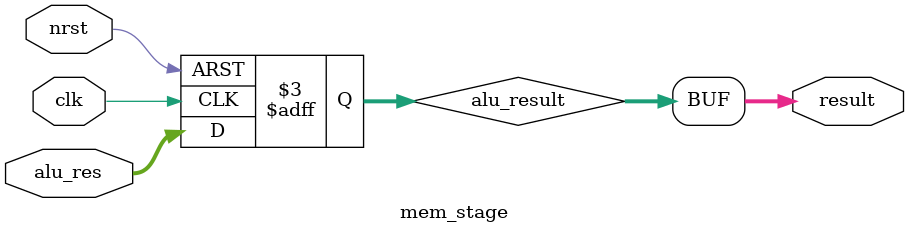
<source format=sv>
module mem_stage(
	input logic clk, nrst,
	input logic [31:0] alu_res, // inputs to mem stage (currently ALU result only)
	output logic [31:0] result  // final output that will be written back in register file PIPE #5
	);

	// registers
	logic [31:0] alu_result;
	
	// PIPE
	always_ff @(posedge clk, negedge nrst)
	  begin
		if (!nrst)
			alu_result <= 0;
		else
			alu_result <= alu_res;
	  end
	
	// output (will be replaced by mux to select between data)
	assign result = alu_result;

endmodule

</source>
